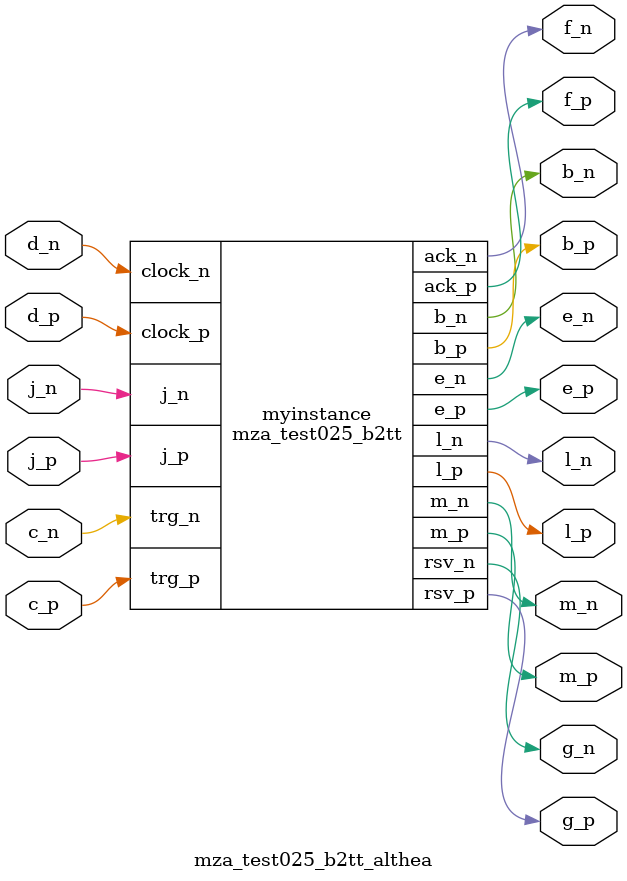
<source format=v>
`timescale 1ns / 1ps

module mza_test025_b2tt (
	output b_p, b_n,
	output e_p, e_n,
	output m_p, m_n,
	output l_p, l_n,
	input j_p, j_n,
	input clock_p, clock_n,
	input trg_p, trg_n,
	output ack_p, ack_n,
	output rsv_p, rsv_n
);
	wire clock; // 128.205 MHz
	wire trg;
	wire frame;
	wire frame9;
	wire trig_in;
//	wire ack = 0;
//	wire rsv = 0;
//	IBUFDS clocky (.I(clock_p), .IB(clock_n), .O(clock));
//	IBUFDS triggy (.I(trg_p), .IB(trg_n), .O(trg));
//	OBUFDS acky (.I(ack), .O(ack_p), .OB(ack_n));
//	OBUFDS rsvy (.I(rsv), .O(rsv_p), .OB(rsv_n));
	OBUFDS laserblaster1 (.I(trg), .O(b_p), .OB(b_n));
	OBUFDS laserblaster2 (.I(trg), .O(e_p), .OB(e_n));
	OBUFDS trigout (.I(trg), .O(m_p), .OB(m_n));
	IBUFDS trgin (.I(j_p), .IB(j_n), .O(trig_in));
	OBUFDS framingham9 (.I(frame9), .O(l_p), .OB(l_n));
	b2tt myb2tt (
		.clkp(clock_p), .clkn(clock_n),
		.trgp(trg_p), .trgn(trg_n),
		.ackp(ack_p), .ackn(ack_n),
		.rsvp(rsv_p), .rsvn(rsv_n),
		.rawclk(clock),
		.extclk(1'b0), .extclkinv(1'b1), .extclkdbl(1'b0), .extdblinv(1'b1), .extclklck(1'b1),
		.id(16'h1234),
		.usrdat(16'h5678),
		.trgout(trg),
		.frame(frame),
		.frame9(frame9),
		.busysrc(8'b0),
		.feeerr(8'b0),
		.b2plllk(1'b1), .b2linkup(1'b1), .b2linkwe(1'b1), .b2lclk(1'b0),
		.semscan(1'b0), .semdet(1'b0), .semmbe(1'b0), .semcrc(1'b0),
		.fifonext(1'b0),
		.regdbg(8'b0)
	);
endmodule

module mza_test025_b2tt_althea (
	output b_p, b_n,
	output e_p, e_n,
	output m_p, m_n,
	output l_p, l_n,
	input j_p, j_n,
	input d_p, d_n,
	input c_p, c_n,
	output f_p, f_n,
	output g_p, g_n
);
	mza_test025_b2tt myinstance (
		.b_p(b_p), .b_n(b_n),
		.e_p(e_p), .e_n(e_n),
		.m_p(m_p), .m_n(m_n),
		.l_p(l_p), .l_n(l_n),
		.j_p(j_p), .j_n(j_n),
		.clock_p(d_p), .clock_n(d_n),
		.trg_p(c_p), .trg_n(c_n),
		.ack_p(f_p), .ack_n(f_n),
		.rsv_p(g_p), .rsv_n(g_n)
	);
endmodule


</source>
